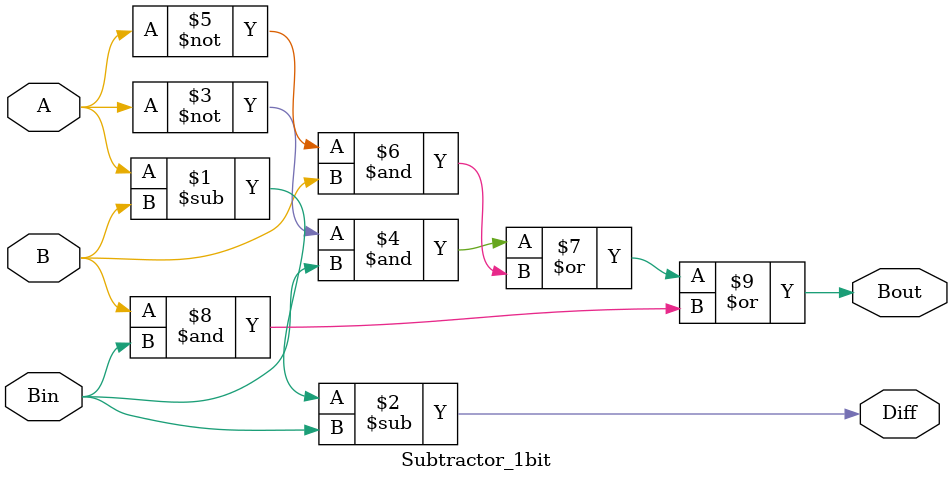
<source format=v>
`timescale 1ns / 1ps

module Subtractor_1bit(A, B, Bin, Diff, Bout);

input A, B, Bin;
output Diff, Bout;
assign Diff = (A - B - Bin);
assign Bout = ((~A & Bin) | (~A & B) | (B & Bin)); // k-map reduction of Bout based on provided truth table
endmodule

</source>
